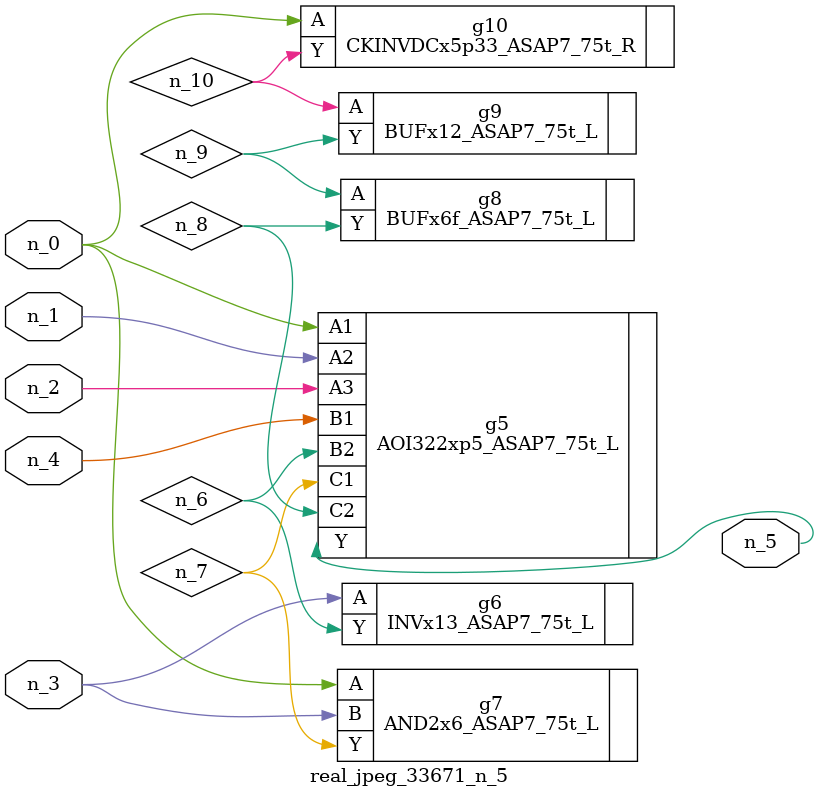
<source format=v>
module real_jpeg_33671_n_5 (n_4, n_0, n_1, n_2, n_3, n_5);

input n_4;
input n_0;
input n_1;
input n_2;
input n_3;

output n_5;

wire n_8;
wire n_6;
wire n_7;
wire n_10;
wire n_9;

AOI322xp5_ASAP7_75t_L g5 ( 
.A1(n_0),
.A2(n_1),
.A3(n_2),
.B1(n_4),
.B2(n_6),
.C1(n_7),
.C2(n_8),
.Y(n_5)
);

AND2x6_ASAP7_75t_L g7 ( 
.A(n_0),
.B(n_3),
.Y(n_7)
);

CKINVDCx5p33_ASAP7_75t_R g10 ( 
.A(n_0),
.Y(n_10)
);

INVx13_ASAP7_75t_L g6 ( 
.A(n_3),
.Y(n_6)
);

BUFx6f_ASAP7_75t_L g8 ( 
.A(n_9),
.Y(n_8)
);

BUFx12_ASAP7_75t_L g9 ( 
.A(n_10),
.Y(n_9)
);


endmodule
</source>
